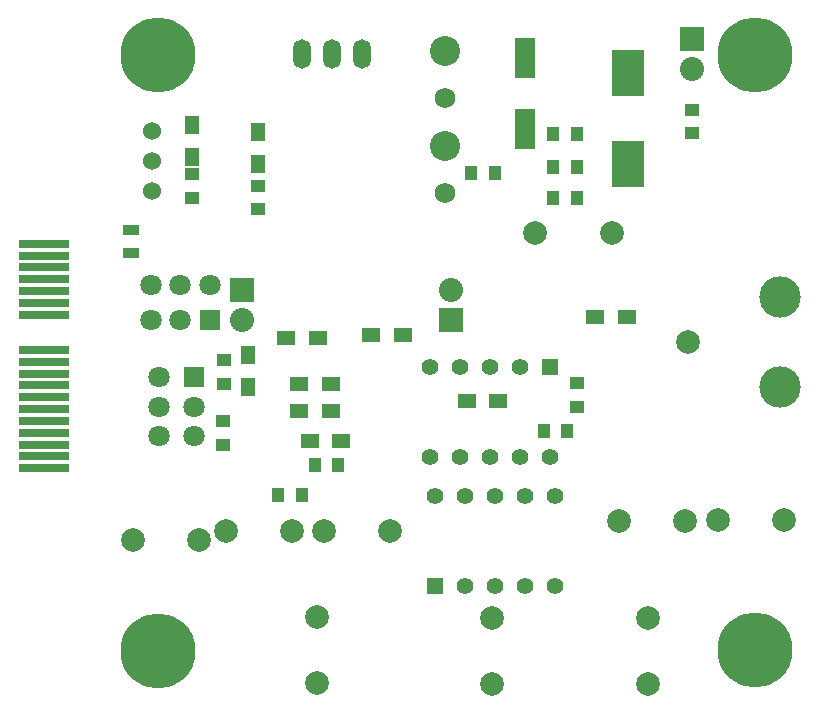
<source format=gbs>
%FSLAX46Y46*%
G04 Gerber Fmt 4.6, Leading zero omitted, Abs format (unit mm)*
G04 Created by KiCad (PCBNEW (2014-10-27 BZR 5228)-product) date 16/06/2015 16:22:24*
%MOMM*%
G01*
G04 APERTURE LIST*
%ADD10C,0.100000*%
%ADD11R,1.250000X1.000000*%
%ADD12R,1.000000X1.250000*%
%ADD13R,4.200000X0.700000*%
%ADD14R,1.397000X1.397000*%
%ADD15C,1.397000*%
%ADD16C,1.998980*%
%ADD17C,3.500000*%
%ADD18C,2.000000*%
%ADD19R,1.800000X1.800000*%
%ADD20C,1.800000*%
%ADD21C,2.540000*%
%ADD22C,1.727200*%
%ADD23C,1.524000*%
%ADD24O,1.501140X2.499360*%
%ADD25R,1.397000X0.889000*%
%ADD26R,1.300000X1.500000*%
%ADD27R,1.500000X1.300000*%
%ADD28R,2.700020X4.000500*%
%ADD29R,1.800860X3.500120*%
%ADD30C,6.350000*%
%ADD31R,2.032000X2.032000*%
%ADD32O,2.032000X2.032000*%
G04 APERTURE END LIST*
D10*
D11*
X144600000Y-70500000D03*
X144600000Y-72500000D03*
X144750000Y-65350000D03*
X144750000Y-67350000D03*
X184300000Y-44150000D03*
X184300000Y-46150000D03*
X142000000Y-51600000D03*
X142000000Y-49600000D03*
X147600000Y-50600000D03*
X147600000Y-52600000D03*
D12*
X174600000Y-51600000D03*
X172600000Y-51600000D03*
X165650000Y-49550000D03*
X167650000Y-49550000D03*
X174600000Y-49000000D03*
X172600000Y-49000000D03*
D13*
X129500000Y-74500000D03*
X129500000Y-73500000D03*
X129500000Y-72500000D03*
X129500000Y-71500000D03*
X129500000Y-70500000D03*
X129500000Y-69500000D03*
X129500000Y-68500000D03*
X129500000Y-67500000D03*
X129500000Y-66500000D03*
X129500000Y-65500000D03*
X129500000Y-64500000D03*
X129500000Y-61500000D03*
X129500000Y-60500000D03*
X129500000Y-59500000D03*
X129500000Y-58500000D03*
X129500000Y-57500000D03*
X129500000Y-56500000D03*
X129500000Y-55500000D03*
D14*
X162560000Y-84455000D03*
D15*
X165100000Y-84455000D03*
X167640000Y-84455000D03*
X170180000Y-84455000D03*
X172720000Y-84455000D03*
X172720000Y-76835000D03*
X170180000Y-76835000D03*
X167640000Y-76835000D03*
X165100000Y-76835000D03*
X162560000Y-76835000D03*
D14*
X172339000Y-65913000D03*
D15*
X169799000Y-65913000D03*
X167259000Y-65913000D03*
X164719000Y-65913000D03*
X162179000Y-65913000D03*
X162179000Y-73533000D03*
X164719000Y-73533000D03*
X167259000Y-73533000D03*
X169799000Y-73533000D03*
X172339000Y-73533000D03*
D16*
X158792000Y-79796000D03*
X153204000Y-79796000D03*
X142592000Y-80596000D03*
X137004000Y-80596000D03*
X152546000Y-87108000D03*
X152546000Y-92696000D03*
X144908000Y-79804000D03*
X150496000Y-79804000D03*
X183717000Y-78946000D03*
X178129000Y-78946000D03*
X180604000Y-92792000D03*
X180604000Y-87204000D03*
X167396000Y-87208000D03*
X167396000Y-92796000D03*
X186508000Y-78904000D03*
X192096000Y-78904000D03*
D17*
X191800000Y-67600000D03*
X191800000Y-60000000D03*
D18*
X184000000Y-63800000D03*
D19*
X142200000Y-66800000D03*
D20*
X142200000Y-69300000D03*
X139200000Y-66800000D03*
X142200000Y-71800000D03*
X139200000Y-71800000D03*
X139200000Y-69300000D03*
D19*
X143500000Y-62000000D03*
D20*
X141000000Y-62000000D03*
X143500000Y-59000000D03*
X138500000Y-62000000D03*
X138500000Y-59000000D03*
X141000000Y-59000000D03*
D21*
X163461700Y-39199300D03*
D22*
X163461700Y-43199300D03*
D21*
X163461700Y-47199300D03*
D22*
X163461700Y-51199300D03*
D23*
X138600000Y-48460000D03*
X138600000Y-45920000D03*
X138600000Y-51000000D03*
D24*
X153893520Y-39451280D03*
X156433520Y-39451280D03*
X151353520Y-39451280D03*
D12*
X152400000Y-74250000D03*
X154400000Y-74250000D03*
D16*
X177599460Y-54600000D03*
X171000540Y-54600000D03*
D11*
X174600000Y-69300000D03*
X174600000Y-67300000D03*
D25*
X136800000Y-56252500D03*
X136800000Y-54347500D03*
D26*
X146750000Y-64950000D03*
X146750000Y-67650000D03*
X147600000Y-46050000D03*
X147600000Y-48750000D03*
X142000000Y-45450000D03*
X142000000Y-48150000D03*
D27*
X153750000Y-67400000D03*
X151050000Y-67400000D03*
X152650000Y-63500000D03*
X149950000Y-63500000D03*
X159850000Y-63200000D03*
X157150000Y-63200000D03*
X153800000Y-69700000D03*
X151100000Y-69700000D03*
D28*
X178900000Y-48788740D03*
X178900000Y-41011260D03*
D29*
X170200000Y-39800260D03*
X170200000Y-45799740D03*
D27*
X178800000Y-61700000D03*
X176100000Y-61700000D03*
D30*
X189700000Y-39500000D03*
X139100000Y-39500000D03*
X189700000Y-89900000D03*
X139100000Y-90000000D03*
D12*
X174600000Y-46250000D03*
X172600000Y-46250000D03*
D31*
X163950000Y-61950000D03*
D32*
X163950000Y-59410000D03*
D27*
X165250000Y-68800000D03*
X167950000Y-68800000D03*
D31*
X184300000Y-38200000D03*
D32*
X184300000Y-40740000D03*
D27*
X151950000Y-72200000D03*
X154650000Y-72200000D03*
D12*
X149300000Y-76800000D03*
X151300000Y-76800000D03*
X171775000Y-71350000D03*
X173775000Y-71350000D03*
D31*
X146200000Y-59400000D03*
D32*
X146200000Y-61940000D03*
M02*

</source>
